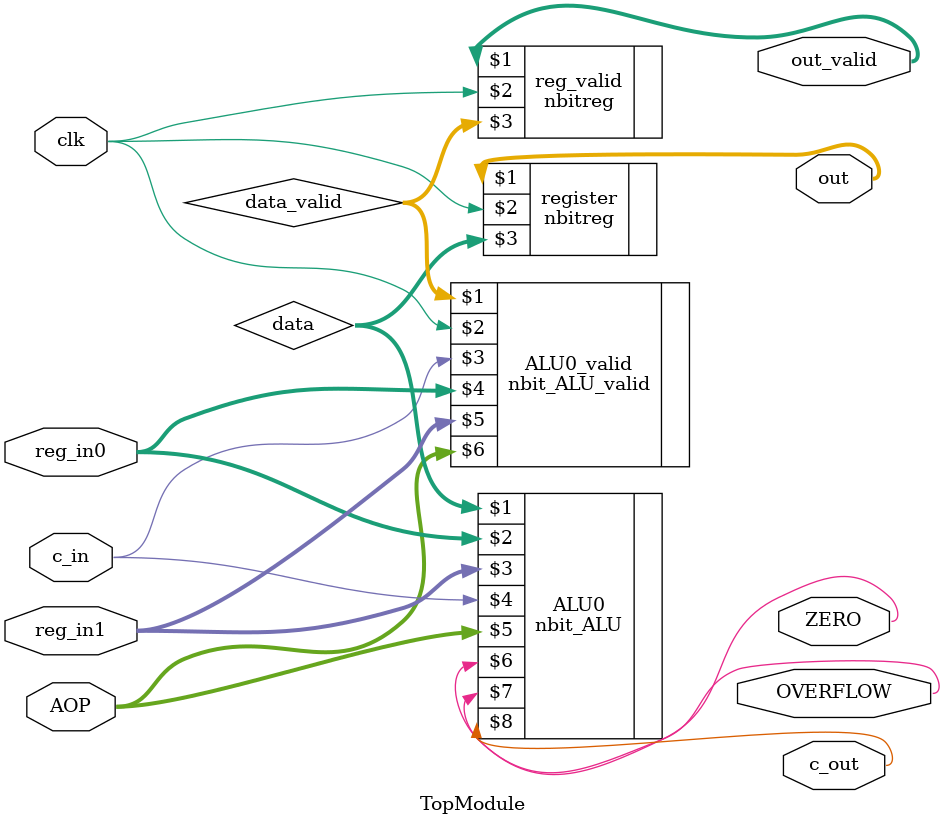
<source format=v>
`timescale 1ns / 1ps


module TopModule
    # (    parameter N = 32)
    (output [N-1:0] out, output [N-1:0] out_valid, input clk, input [N-1:0] reg_in0, input [N-1:0] reg_in1, input c_in, input [2:0] AOP, output ZERO, output OVERFLOW, output c_out);
    
    wire [N-1:0] data;
    wire [N-1:0] data_valid;
    
    // ALU and ALU Verification Modules
    nbit_ALU #(.N(32)) ALU0(data, reg_in0, reg_in1, c_in, AOP, ZERO, OVERFLOW, c_out);
    nbit_ALU_valid #(.N(32)) ALU0_valid(data_valid, clk, c_in, reg_in0, reg_in1, AOP);     
    // Registers for both modules
    nbitreg #(.N(32)) register(out, clk, data);
    nbitreg #(.N(32)) reg_valid(out_valid, clk, data_valid); 
    
    
    
    
    
endmodule






</source>
